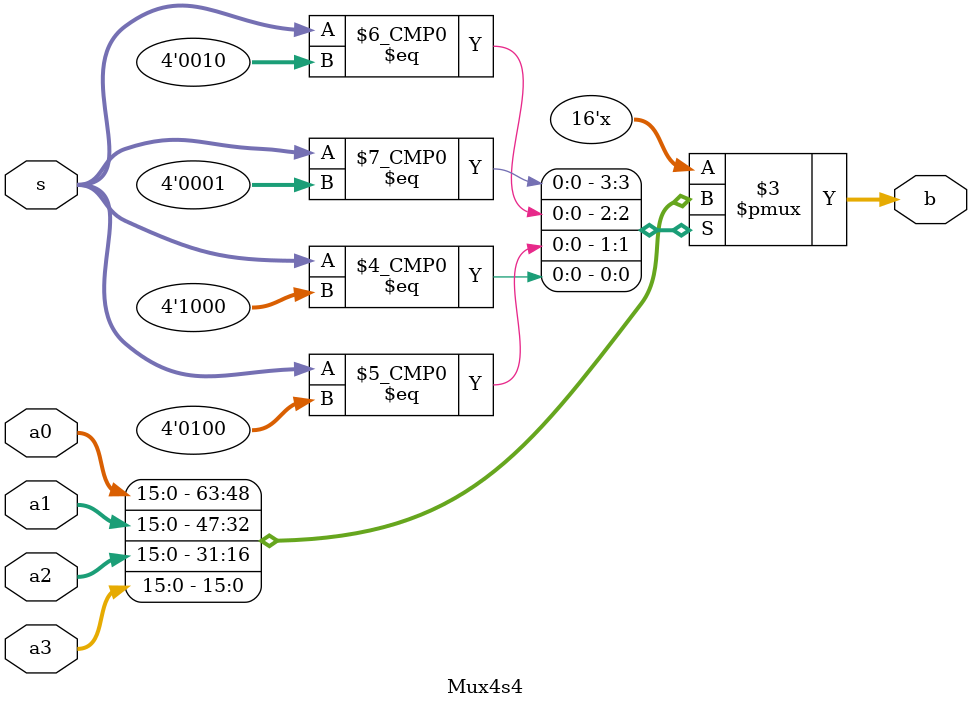
<source format=v>
module Mux4s4(a3, a2, a1, a0, s, b) ;
	parameter n = 16 ;
	input [n-1:0] a3, a2, a1, a0 ; 	//inputs with 16 bits corresponding to 16 bit busses
	input [3:0] s ;  				
	output[n-1:0] b ;
	reg   [n-1:0] b ;
	
	always @(*) begin
		case(s)
			4'b0001: b = a0 ;
			4'b0010: b = a1 ;
			4'b0100: b = a2 ;
			4'b1000: b = a3 ;
			default: b = {n{1'bx}} ;
		endcase
	end
endmodule 
</source>
